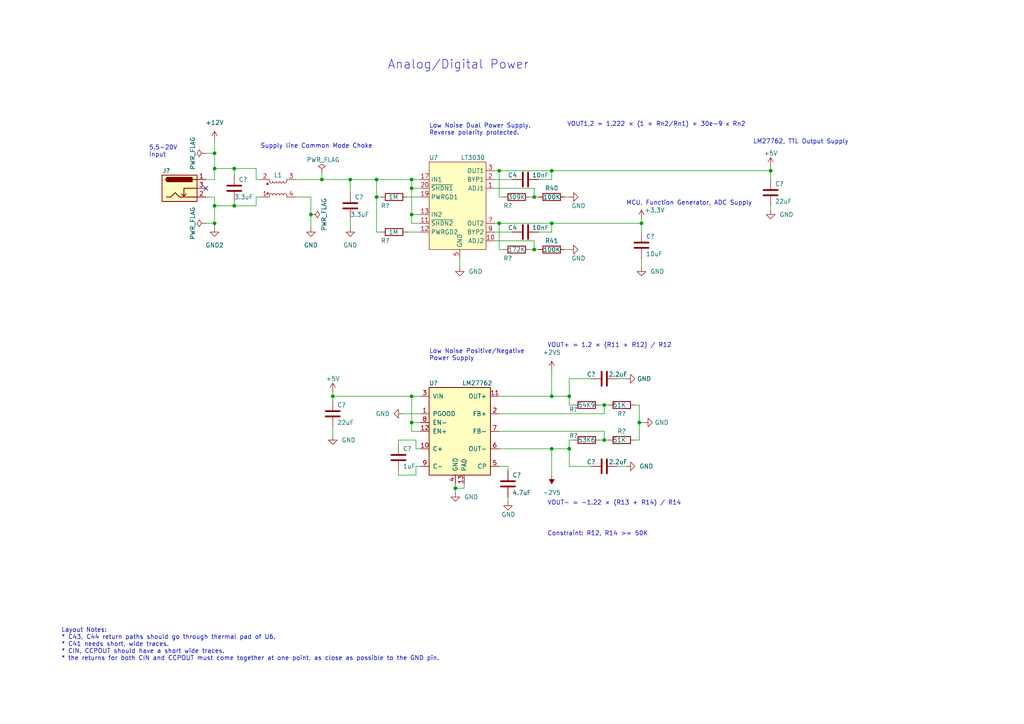
<source format=kicad_sch>
(kicad_sch (version 20230121) (generator eeschema)
  (paper "A4")
  (title_block (title "RENAME THIS TEMPLATE") (date "2023-09-01") (rev "0.1") (company "The Allen Institute"))
  (lib_symbols
    (symbol "Connector:Barrel_Jack_Switch" (pin_names hide)
      (property "Reference" "J" (at 0 5.334 0))
      (property "Value" "Barrel_Jack_Switch" (at 0 -5.08 0))
      (symbol "Barrel_Jack_Switch_0_1"
        (rectangle (start -5.08 3.81) (end 5.08 -3.81) (stroke (width 0.254)) (fill (type background)))
        (arc (start -3.302 3.175) (mid -3.9343 2.54) (end -3.302 1.905) (stroke (width 0.254)))
        (arc (start -3.302 3.175) (mid -3.9343 2.54) (end -3.302 1.905) (stroke (width 0.254)) (fill (type outline)))
        (polyline (pts (xy 1.27 -2.286) (xy 1.905 -1.651)) (stroke (width 0.254)))
        (polyline (pts (xy 5.08 2.54) (xy 3.81 2.54)) (stroke (width 0.254)))
        (polyline (pts (xy 5.08 0) (xy 1.27 0) (xy 1.27 -2.286) (xy 0.635 -1.651)) (stroke (width 0.254)))
        (polyline (pts (xy -3.81 -2.54) (xy -2.54 -2.54) (xy -1.27 -1.27) (xy 0 -2.54) (xy 2.54 -2.54) (xy 5.08 -2.54)) (stroke (width 0.254)))
        (rectangle (start 3.683 3.175) (end -3.302 1.905) (stroke (width 0.254)) (fill (type outline)))
      )
      (symbol "Barrel_Jack_Switch_1_1"
        (pin passive line (at 7.62 2.54 180) (length 2.54) (name "~") (number "1"))
        (pin passive line (at 7.62 -2.54 180) (length 2.54) (name "~") (number "2"))
        (pin passive line (at 7.62 0 180) (length 2.54) (name "~") (number "3"))
      )
    )
    (symbol "Device:C" (pin_numbers hide) (pin_names (offset 0.254))
      (property "Reference" "C" (at 0.635 2.54 0))
      (property "Value" "C" (at 0.635 -2.54 0))
      (symbol "C_0_1"
        (polyline (pts (xy -2.032 -0.762) (xy 2.032 -0.762)) (stroke (width 0.508)))
        (polyline (pts (xy -2.032 0.762) (xy 2.032 0.762)) (stroke (width 0.508)))
      )
      (symbol "C_1_1"
        (pin passive line (at 0 3.81 270) (length 2.794) (name "~") (number "1"))
        (pin passive line (at 0 -3.81 90) (length 2.794) (name "~") (number "2"))
      )
    )
    (symbol "Device:L_Coupled_1423" (pin_names (offset 0.254) hide)
      (property "Reference" "L" (at 0 4.445 0))
      (property "Value" "L_Coupled_1423" (at 0 -4.445 0))
      (symbol "L_Coupled_1423_0_1"
        (circle (center -3.048 -1.27) (radius 0.254) (fill (type outline)))
        (circle (center -3.048 1.524) (radius 0.254) (fill (type outline)))
        (arc (start -2.54 2.032) (mid -2.032 1.5262) (end -1.524 2.032))
        (arc (start -1.524 -2.032) (mid -2.032 -1.5262) (end -2.54 -2.032))
        (arc (start -1.524 2.032) (mid -1.016 1.5262) (end -0.508 2.032))
        (arc (start -0.508 -2.032) (mid -1.016 -1.5262) (end -1.524 -2.032))
        (arc (start -0.508 2.032) (mid 0 1.5262) (end 0.508 2.032))
        (polyline (pts (xy -2.54 -2.032) (xy -2.54 -2.54)))
        (polyline (pts (xy -2.54 2.032) (xy -2.54 2.54)))
        (polyline (pts (xy 2.54 -2.032) (xy 2.54 -2.54)))
        (polyline (pts (xy 2.54 2.54) (xy 2.54 2.032)))
        (arc (start 0.508 -2.032) (mid 0 -1.5262) (end -0.508 -2.032))
        (arc (start 0.508 2.032) (mid 1.016 1.5262) (end 1.524 2.032))
        (arc (start 1.524 -2.032) (mid 1.016 -1.5262) (end 0.508 -2.032))
        (arc (start 1.524 2.032) (mid 2.032 1.5262) (end 2.54 2.032))
        (arc (start 2.54 -2.032) (mid 2.032 -1.5262) (end 1.524 -2.032))
      )
      (symbol "L_Coupled_1423_1_1"
        (pin passive line (at -5.08 2.54 0) (length 2.54) (name "1") (number "1"))
        (pin passive line (at -5.08 -2.54 0) (length 2.54) (name "2") (number "2"))
        (pin passive line (at 5.08 -2.54 180) (length 2.54) (name "3") (number "3"))
        (pin passive line (at 5.08 2.54 180) (length 2.54) (name "4") (number "4"))
      )
    )
    (symbol "Device:R" (pin_numbers hide) (pin_names (offset 0))
      (property "Reference" "R" (at 2.032 0 90))
      (property "Value" "R" (at 0 0 90))
      (symbol "R_0_1"
        (rectangle (start -1.016 -2.54) (end 1.016 2.54) (stroke (width 0.254)))
      )
      (symbol "R_1_1"
        (pin passive line (at 0 3.81 270) (length 1.27) (name "~") (number "1"))
        (pin passive line (at 0 -3.81 90) (length 1.27) (name "~") (number "2"))
      )
    )
    (symbol "Regulator_SwitchedCapacitor:LM27762" (pin_names (offset 1.016))
      (property "Reference" "U" (at -6.604 8.89 0))
      (property "Value" "LM27762" (at 6.096 8.89 0))
      (symbol "LM27762_0_1"
        (rectangle (start -7.62 7.62) (end 10.16 -17.78) (stroke (width 0.254)) (fill (type background)))
      )
      (symbol "LM27762_1_1"
        (pin open_collector line (at -10.16 0 0) (length 2.54) (name "PGOOD") (number "1"))
        (pin passive line (at -10.16 -10.16 0) (length 2.54) (name "C+") (number "10"))
        (pin power_out line (at 12.7 5.08 180) (length 2.54) (name "OUT+") (number "11"))
        (pin input line (at -10.16 -5.08 0) (length 2.54) (name "EN+") (number "12"))
        (pin power_in line (at 2.54 -20.32 90) (length 2.54) (name "PAD") (number "13"))
        (pin input line (at 12.7 0 180) (length 2.54) (name "FB+") (number "2"))
        (pin power_in line (at -10.16 5.08 0) (length 2.54) (name "VIN") (number "3"))
        (pin power_in line (at 0 -20.32 90) (length 2.54) (name "GND") (number "4"))
        (pin passive line (at 12.7 -15.24 180) (length 2.54) (name "CP") (number "5"))
        (pin power_out line (at 12.7 -10.16 180) (length 2.54) (name "OUT-") (number "6"))
        (pin input line (at 12.7 -5.08 180) (length 2.54) (name "FB-") (number "7"))
        (pin input line (at -10.16 -2.54 0) (length 2.54) (name "EN-") (number "8"))
        (pin passive line (at -10.16 -15.24 0) (length 2.54) (name "C-") (number "9"))
      )
    )
    (symbol "kicad_component_library:LT3030"
      (property "Reference" "U" (at -7.62 13.97 0))
      (property "Value" "LT3030" (at 3.81 13.97 0))
      (symbol "LT3030_0_1"
        (rectangle (start -8.89 -12.7) (end 7.62 12.7) (fill (type background)))
      )
      (symbol "LT3030_1_1"
        (pin input line (at 10.16 5.08 180) (length 2.54) (name "ADJ1") (number "1"))
        (pin input line (at 10.16 -10.16 180) (length 2.54) (name "ADJ2") (number "10"))
        (pin input line (at -11.43 -5.08 0) (length 2.54) (name "~{SHDN2}") (number "11"))
        (pin input line (at -11.43 -7.62 0) (length 2.54) (name "PWRGD2") (number "12"))
        (pin power_in line (at -11.43 -2.54 0) (length 2.54) (name "IN2") (number "13"))
        (pin power_in line (at -11.43 -2.54 0) (length 2.54) hide (name "IN2") (number "14"))
        (pin power_in line (at 0 -15.24 90) (length 2.54) hide (name "GND") (number "15"))
        (pin power_in line (at 0 -15.24 90) (length 2.54) hide (name "GND") (number "16"))
        (pin power_in line (at -11.43 7.62 0) (length 2.54) (name "IN1") (number "17"))
        (pin power_in line (at -11.43 7.62 0) (length 2.54) hide (name "IN1") (number "18"))
        (pin input line (at -11.43 2.54 0) (length 2.54) (name "PWRGD1") (number "19"))
        (pin input line (at 10.16 7.62 180) (length 2.54) (name "BYP1") (number "2"))
        (pin input line (at -11.43 5.08 0) (length 2.54) (name "~{SHDN1}") (number "20"))
        (pin power_in line (at 0 -15.24 90) (length 2.54) hide (name "GND") (number "21"))
        (pin power_out line (at 10.16 10.16 180) (length 2.54) (name "OUT1") (number "3"))
        (pin passive line (at 10.16 10.16 180) (length 2.54) hide (name "OUT1") (number "4"))
        (pin power_in line (at 0 -15.24 90) (length 2.54) (name "GND") (number "5"))
        (pin power_in line (at 0 -15.24 90) (length 2.54) hide (name "GND") (number "6"))
        (pin power_out line (at 10.16 -5.08 180) (length 2.54) (name "OUT2") (number "7"))
        (pin passive line (at 10.16 -5.08 180) (length 2.54) hide (name "OUT2") (number "8"))
        (pin input line (at 10.16 -7.62 180) (length 2.54) (name "BYP2") (number "9"))
      )
    )
    (symbol "power:+12V" (power) (pin_names (offset 0))
      (property "Value" "+12V" (at 0 3.556 0))
      (symbol "+12V_0_1"
        (polyline (pts (xy -0.762 1.27) (xy 0 2.54)))
        (polyline (pts (xy 0 0) (xy 0 2.54)))
        (polyline (pts (xy 0 2.54) (xy 0.762 1.27)))
      )
      (symbol "+12V_1_1"
        (pin power_in line (at 0 0 90) (length 0) hide (name "+12V") (number "1"))
      )
    )
    (symbol "power:+2V5" (power) (pin_names (offset 0))
      (property "Value" "+2V5" (at 0 3.556 0))
      (symbol "+2V5_0_1"
        (polyline (pts (xy -0.762 1.27) (xy 0 2.54)))
        (polyline (pts (xy 0 0) (xy 0 2.54)))
        (polyline (pts (xy 0 2.54) (xy 0.762 1.27)))
      )
      (symbol "+2V5_1_1"
        (pin power_in line (at 0 0 90) (length 0) hide (name "+2V5") (number "1"))
      )
    )
    (symbol "power:+3.3V" (power) (pin_names (offset 0))
      (property "Value" "+3.3V" (at 0 3.556 0))
      (symbol "+3.3V_0_1"
        (polyline (pts (xy -0.762 1.27) (xy 0 2.54)))
        (polyline (pts (xy 0 0) (xy 0 2.54)))
        (polyline (pts (xy 0 2.54) (xy 0.762 1.27)))
      )
      (symbol "+3.3V_1_1"
        (pin power_in line (at 0 0 90) (length 0) hide (name "+3.3V") (number "1"))
      )
    )
    (symbol "power:+5V" (power) (pin_names (offset 0))
      (property "Value" "+5V" (at 0 3.556 0))
      (symbol "+5V_0_1"
        (polyline (pts (xy -0.762 1.27) (xy 0 2.54)))
        (polyline (pts (xy 0 0) (xy 0 2.54)))
        (polyline (pts (xy 0 2.54) (xy 0.762 1.27)))
      )
      (symbol "+5V_1_1"
        (pin power_in line (at 0 0 90) (length 0) hide (name "+5V") (number "1"))
      )
    )
    (symbol "power:-2V5" (power) (pin_names (offset 0))
      (property "Value" "-2V5" (at 0 3.81 0))
      (symbol "-2V5_0_0"
        (pin power_in line (at 0 0 90) (length 0) hide (name "-2V5") (number "1"))
      )
      (symbol "-2V5_0_1"
        (polyline (pts (xy 0 0) (xy 0 1.27) (xy 0.762 1.27) (xy 0 2.54) (xy -0.762 1.27) (xy 0 1.27)) (fill (type outline)))
      )
    )
    (symbol "power:GND" (power) (pin_names (offset 0))
      (property "Value" "GND" (at 0 -3.81 0))
      (symbol "GND_0_1"
        (polyline (pts (xy 0 0) (xy 0 -1.27) (xy 1.27 -1.27) (xy 0 -2.54) (xy -1.27 -1.27) (xy 0 -1.27)))
      )
      (symbol "GND_1_1"
        (pin power_in line (at 0 0 270) (length 0) hide (name "GND") (number "1"))
      )
    )
    (symbol "power:GND2" (power) (pin_names (offset 0))
      (property "Value" "GND2" (at 0 -3.81 0))
      (symbol "GND2_0_1"
        (polyline (pts (xy 0 0) (xy 0 -1.27) (xy 1.27 -1.27) (xy 0 -2.54) (xy -1.27 -1.27) (xy 0 -1.27)))
      )
      (symbol "GND2_1_1"
        (pin power_in line (at 0 0 270) (length 0) hide (name "GND2") (number "1"))
      )
    )
    (symbol "power:PWR_FLAG" (power) (pin_numbers hide) (pin_names (offset 0) hide)
      (property "Value" "PWR_FLAG" (at 0 3.81 0))
      (symbol "PWR_FLAG_0_0"
        (pin power_out line (at 0 0 90) (length 0) (name "pwr") (number "1"))
      )
      (symbol "PWR_FLAG_0_1"
        (polyline (pts (xy 0 0) (xy 0 1.27) (xy -1.016 1.905) (xy 0 2.54) (xy 1.016 1.905) (xy 0 1.27)))
      )
    )
  )
  (junction (at 62.23 59.69))
  (junction (at 62.23 48.895))
  (junction (at 160.02 130.175))
  (junction (at 160.02 64.77))
  (junction (at 175.26 127.635))
  (junction (at 165.1 114.935))
  (junction (at 154.94 72.39))
  (junction (at 62.23 44.45))
  (junction (at 109.22 52.07))
  (junction (at 109.22 57.15))
  (junction (at 119.38 62.23))
  (junction (at 160.02 49.53))
  (junction (at 96.52 114.935))
  (junction (at 144.78 49.53))
  (junction (at 119.38 122.555))
  (junction (at 132.08 141.605))
  (junction (at 119.38 54.61))
  (junction (at 186.055 64.77))
  (junction (at 223.52 49.53))
  (junction (at 67.945 59.69))
  (junction (at 67.945 48.895))
  (junction (at 185.42 122.555))
  (junction (at 119.38 52.07))
  (junction (at 119.38 114.935))
  (junction (at 160.02 114.935))
  (junction (at 62.23 64.77))
  (junction (at 175.26 117.475))
  (junction (at 90.17 62.23))
  (junction (at 101.6 52.07))
  (junction (at 154.94 57.15))
  (junction (at 165.1 130.175))
  (junction (at 93.345 52.07))
  (junction (at 144.78 64.77))
  (no_connect (at 59.69 54.61))
  (wire (pts (xy 62.23 57.15) (xy 59.69 57.15)))
  (wire (pts (xy 160.02 67.31) (xy 160.02 64.77)))
  (wire (pts (xy 160.02 130.175) (xy 160.02 137.795)))
  (wire (pts (xy 143.51 49.53) (xy 144.78 49.53)))
  (wire (pts (xy 75.565 57.15) (xy 74.295 57.15)))
  (wire (pts (xy 181.61 109.855) (xy 179.07 109.855)))
  (wire (pts (xy 67.945 48.895) (xy 62.23 48.895)))
  (wire (pts (xy 185.42 127.635) (xy 184.15 127.635)))
  (wire (pts (xy 154.94 57.15) (xy 156.21 57.15)))
  (wire (pts (xy 144.78 120.015) (xy 175.26 120.015)))
  (wire (pts (xy 96.52 114.935) (xy 96.52 116.205)))
  (wire (pts (xy 115.57 128.905) (xy 115.57 127.635)))
  (wire (pts (xy 90.17 66.04) (xy 90.17 62.23)))
  (wire (pts (xy 185.42 122.555) (xy 185.42 127.635)))
  (wire (pts (xy 59.69 52.07) (xy 62.23 52.07)))
  (wire (pts (xy 134.62 141.605) (xy 132.08 141.605)))
  (wire (pts (xy 74.295 52.07) (xy 74.295 48.895)))
  (wire (pts (xy 160.02 64.77) (xy 186.055 64.77)))
  (wire (pts (xy 175.26 127.635) (xy 175.26 125.095)))
  (wire (pts (xy 223.52 48.26) (xy 223.52 49.53)))
  (wire (pts (xy 160.02 130.175) (xy 165.1 130.175)))
  (wire (pts (xy 185.42 122.555) (xy 186.69 122.555)))
  (wire (pts (xy 74.295 57.15) (xy 74.295 59.69)))
  (wire (pts (xy 160.02 52.07) (xy 160.02 49.53)))
  (wire (pts (xy 62.23 64.77) (xy 62.23 59.69)))
  (wire (pts (xy 143.51 64.77) (xy 144.78 64.77)))
  (wire (pts (xy 119.38 52.07) (xy 119.38 54.61)))
  (wire (pts (xy 160.02 114.935) (xy 165.1 114.935)))
  (wire (pts (xy 165.1 117.475) (xy 166.37 117.475)))
  (wire (pts (xy 134.62 140.335) (xy 134.62 141.605)))
  (wire (pts (xy 120.65 130.175) (xy 121.92 130.175)))
  (wire (pts (xy 143.51 67.31) (xy 148.59 67.31)))
  (wire (pts (xy 62.23 44.45) (xy 62.23 48.895)))
  (wire (pts (xy 144.78 72.39) (xy 144.78 64.77)))
  (wire (pts (xy 147.32 135.255) (xy 147.32 136.525)))
  (wire (pts (xy 144.78 114.935) (xy 160.02 114.935)))
  (wire (pts (xy 85.725 52.07) (xy 93.345 52.07)))
  (wire (pts (xy 133.35 74.93) (xy 133.35 77.47)))
  (wire (pts (xy 62.23 48.895) (xy 62.23 52.07)))
  (wire (pts (xy 179.07 135.255) (xy 181.61 135.255)))
  (wire (pts (xy 163.83 72.39) (xy 165.1 72.39)))
  (wire (pts (xy 143.51 54.61) (xy 154.94 54.61)))
  (wire (pts (xy 67.945 58.42) (xy 67.945 59.69)))
  (wire (pts (xy 59.69 64.77) (xy 62.23 64.77)))
  (wire (pts (xy 132.08 141.605) (xy 132.08 142.875)))
  (wire (pts (xy 154.94 54.61) (xy 154.94 57.15)))
  (wire (pts (xy 165.1 127.635) (xy 165.1 130.175)))
  (wire (pts (xy 144.78 135.255) (xy 147.32 135.255)))
  (wire (pts (xy 62.23 66.04) (xy 62.23 64.77)))
  (wire (pts (xy 173.99 127.635) (xy 175.26 127.635)))
  (wire (pts (xy 165.1 127.635) (xy 166.37 127.635)))
  (wire (pts (xy 153.67 72.39) (xy 154.94 72.39)))
  (wire (pts (xy 175.26 117.475) (xy 176.53 117.475)))
  (wire (pts (xy 101.6 63.5) (xy 101.6 66.04)))
  (wire (pts (xy 156.21 52.07) (xy 160.02 52.07)))
  (wire (pts (xy 175.26 120.015) (xy 175.26 117.475)))
  (wire (pts (xy 75.565 52.07) (xy 74.295 52.07)))
  (wire (pts (xy 165.1 135.255) (xy 165.1 130.175)))
  (wire (pts (xy 115.57 137.795) (xy 115.57 136.525)))
  (wire (pts (xy 153.67 57.15) (xy 154.94 57.15)))
  (wire (pts (xy 144.78 64.77) (xy 160.02 64.77)))
  (wire (pts (xy 62.23 40.64) (xy 62.23 44.45)))
  (wire (pts (xy 59.69 44.45) (xy 62.23 44.45)))
  (wire (pts (xy 93.345 50.165) (xy 93.345 52.07)))
  (wire (pts (xy 223.52 49.53) (xy 223.52 52.07)))
  (wire (pts (xy 62.23 59.69) (xy 62.23 57.15)))
  (wire (pts (xy 171.45 109.855) (xy 165.1 109.855)))
  (wire (pts (xy 154.94 69.85) (xy 154.94 72.39)))
  (wire (pts (xy 160.02 49.53) (xy 223.52 49.53)))
  (wire (pts (xy 143.51 69.85) (xy 154.94 69.85)))
  (wire (pts (xy 109.22 57.15) (xy 109.22 67.31)))
  (wire (pts (xy 116.84 120.015) (xy 121.92 120.015)))
  (wire (pts (xy 93.345 52.07) (xy 101.6 52.07)))
  (wire (pts (xy 175.26 117.475) (xy 173.99 117.475)))
  (wire (pts (xy 120.65 135.255) (xy 120.65 137.795)))
  (wire (pts (xy 96.52 123.825) (xy 96.52 126.365)))
  (wire (pts (xy 74.295 48.895) (xy 67.945 48.895)))
  (wire (pts (xy 115.57 127.635) (xy 120.65 127.635)))
  (wire (pts (xy 185.42 117.475) (xy 184.15 117.475)))
  (wire (pts (xy 74.295 59.69) (xy 67.945 59.69)))
  (wire (pts (xy 90.17 57.15) (xy 85.725 57.15)))
  (wire (pts (xy 121.92 64.77) (xy 119.38 64.77)))
  (wire (pts (xy 144.78 49.53) (xy 160.02 49.53)))
  (wire (pts (xy 96.52 114.935) (xy 119.38 114.935)))
  (wire (pts (xy 110.49 67.31) (xy 109.22 67.31)))
  (wire (pts (xy 109.22 52.07) (xy 119.38 52.07)))
  (wire (pts (xy 101.6 52.07) (xy 101.6 55.88)))
  (wire (pts (xy 165.1 109.855) (xy 165.1 114.935)))
  (wire (pts (xy 90.17 62.23) (xy 90.17 57.15)))
  (wire (pts (xy 121.92 125.095) (xy 119.38 125.095)))
  (wire (pts (xy 96.52 113.665) (xy 96.52 114.935)))
  (wire (pts (xy 119.38 64.77) (xy 119.38 62.23)))
  (wire (pts (xy 109.22 57.15) (xy 110.49 57.15)))
  (wire (pts (xy 67.945 59.69) (xy 62.23 59.69)))
  (wire (pts (xy 186.055 74.93) (xy 186.055 77.47)))
  (wire (pts (xy 175.26 127.635) (xy 176.53 127.635)))
  (wire (pts (xy 144.78 125.095) (xy 175.26 125.095)))
  (wire (pts (xy 121.92 62.23) (xy 119.38 62.23)))
  (wire (pts (xy 185.42 117.475) (xy 185.42 122.555)))
  (wire (pts (xy 147.32 144.145) (xy 147.32 145.415)))
  (wire (pts (xy 118.11 67.31) (xy 121.92 67.31)))
  (wire (pts (xy 118.11 57.15) (xy 121.92 57.15)))
  (wire (pts (xy 144.78 57.15) (xy 144.78 49.53)))
  (wire (pts (xy 120.65 127.635) (xy 120.65 130.175)))
  (wire (pts (xy 101.6 52.07) (xy 109.22 52.07)))
  (wire (pts (xy 119.38 122.555) (xy 121.92 122.555)))
  (wire (pts (xy 119.38 54.61) (xy 119.38 62.23)))
  (wire (pts (xy 171.45 135.255) (xy 165.1 135.255)))
  (wire (pts (xy 67.945 48.895) (xy 67.945 50.8)))
  (wire (pts (xy 119.38 52.07) (xy 121.92 52.07)))
  (wire (pts (xy 165.1 114.935) (xy 165.1 117.475)))
  (wire (pts (xy 223.52 59.69) (xy 223.52 60.96)))
  (wire (pts (xy 121.92 135.255) (xy 120.65 135.255)))
  (wire (pts (xy 160.02 107.315) (xy 160.02 114.935)))
  (wire (pts (xy 154.94 72.39) (xy 156.21 72.39)))
  (wire (pts (xy 186.055 64.77) (xy 186.055 67.31)))
  (wire (pts (xy 132.08 140.335) (xy 132.08 141.605)))
  (wire (pts (xy 148.59 52.07) (xy 143.51 52.07)))
  (wire (pts (xy 146.05 72.39) (xy 144.78 72.39)))
  (wire (pts (xy 119.38 122.555) (xy 119.38 114.935)))
  (wire (pts (xy 144.78 130.175) (xy 160.02 130.175)))
  (wire (pts (xy 119.38 125.095) (xy 119.38 122.555)))
  (wire (pts (xy 109.22 52.07) (xy 109.22 57.15)))
  (wire (pts (xy 146.05 57.15) (xy 144.78 57.15)))
  (wire (pts (xy 120.65 137.795) (xy 115.57 137.795)))
  (wire (pts (xy 186.055 63.5) (xy 186.055 64.77)))
  (wire (pts (xy 156.21 67.31) (xy 160.02 67.31)))
  (wire (pts (xy 119.38 114.935) (xy 121.92 114.935)))
  (wire (pts (xy 163.83 57.15) (xy 165.1 57.15)))
  (wire (pts (xy 119.38 54.61) (xy 121.92 54.61)))
  (text "Constraint: R12, R14 >= 50K" (at 158.75 155.575 0) (effects (font (size 1.27 1.27)) (justify left bottom)))
  (text "LM27762, TTL Output Supply" (at 218.44 41.91 0) (effects (font (size 1.27 1.27)) (justify left bottom)))
  (text "VOUT1,2 = 1.222 × (1 + Rn2/Rn1) + 30e-9 x Rn2" (at 164.465 36.83 0) (effects (font (size 1.27 1.27)) (justify left bottom)))
  (text "Low Noise Dual Power Supply.\nReverse polarity protected." (at 124.46 39.37 0) (effects (font (size 1.27 1.27)) (justify left bottom)))
  (text "Supply line Common Mode Choke" (at 75.565 43.18 0) (effects (font (size 1.27 1.27)) (justify left bottom)))
  (text "MCU, Function Generator, ADC Supply" (at 181.61 59.69 0) (effects (font (size 1.27 1.27)) (justify left bottom)))
  (text "Analog/Digital Power" (at 112.395 20.32 0) (effects (font (size 2.54 2.54)) (justify left bottom)))
  (text "Layout Notes:\n* C43, C44 return paths should go through thermal pad of U6.\n* C41 needs short, wide traces.\n* CIN, CCPOUT should have a short wide traces.\n* the returns for both CIN and CCPOUT must come together at one point, as close as possible to the GND pin." (at 17.78 191.77 0) (effects (font (size 1.27 1.27)) (justify left bottom)))
  (text "Low Noise Positive/Negative \nPower Supply" (at 124.46 104.775 0) (effects (font (size 1.27 1.27)) (justify left bottom)))
  (text "VOUT- = -1.22 × (R13 + R14) / R14" (at 158.75 146.685 0) (effects (font (size 1.27 1.27)) (justify left bottom)))
  (text "5.5-20V \ninput" (at 43.18 45.72 0) (effects (font (size 1.27 1.27)) (justify left bottom)))
  (text "VOUT+ = 1.2 × (R11 + R12) / R12" (at 158.75 100.965 0) (effects (font (size 1.27 1.27)) (justify left bottom)))
  (symbol (lib_id "Device:C") (at 115.57 132.715 0) (unit 1)
    (property "Reference" "C?" (at 116.84 130.175 0) (effects (justify left)))
    (property "Value" "1uF" (at 116.84 135.255 0) (effects (justify left)))
    (property "Footprint" "Capacitor_SMD:C_0402_1005Metric" (effects hide))
    (property "Datasheet" "https://search.murata.co.jp/Ceramy/image/img/A01X/G101/ENG/GRM155R6YA105KE11-01.pdf" (effects hide))
    (property "Notes" "must not be polarized" (effects hide))
    (property "Link" "https://www.digikey.com/en/products/detail/murata-electronics/GRM155R6YA105KE11J/4905163" (effects hide))
    (property "Manufacturer Number" "GRM155R6YA105KE11J" (effects hide))
    (property "Manufacturer" "Murata Electronics" (effects hide))
    (property "Rated Voltage" "35V" (effects hide))
    (property "Temperature Coefficient" "X5R" (effects hide))
    (instances (project "usb_isolated" (path "" (reference "C?") (unit 1)) (path "" (reference "C41") (unit 1))))
  )
  (symbol (lib_id "Device:R") (at 180.34 117.475 90) (unit 1)
    (property "Reference" "R?" (at 181.61 120.015 90) (effects (justify left)))
    (property "Value" "51K" (at 181.61 117.475 90) (effects (justify left)))
    (property "Footprint" "Resistor_SMD:R_0402_1005Metric" (effects hide))
    (property "Datasheet" "n/a" (effects hide))
    (property "Link" "https://www.digikey.com/en/products/detail/yageo/RT0402BRD0751KL/1069314" (effects hide))
    (property "Manufacturer" "Yageo" (effects hide))
    (property "Manufacturer Number" "RT0402BRD0751KL" (effects hide))
    (property "Tolerance" "0.1%" (effects hide))
    (instances (project "usb_isolated" (path "" (reference "R?") (unit 1)) (path "" (reference "R34") (unit 1))))
  )
  (symbol (lib_id "Device:R") (at 149.86 72.39 90) (unit 1)
    (property "Reference" "R?" (at 148.59 74.93 90) (effects (justify left)))
    (property "Value" "172K" (at 152.4 72.39 90) (effects (justify left)))
    (property "Footprint" "Resistor_SMD:R_0402_1005Metric" (effects hide))
    (property "Datasheet" "https://www.koaspeer.com/pdfs/RN73H.pdf" (effects hide))
    (property "Link" "https://www.digikey.com/en/products/detail/koa-speer-electronics-inc/RN73H1ETTP1723F25/9913967" (effects hide))
    (property "Manufacturer" "Koa Speer Electronics, Inc." (effects hide))
    (property "Manufacturer Number" "RN73H1ETTP1723F25" (effects hide))
    (property "Tolerance" "1%" (effects hide))
    (property "Vendor Reel Link" "2019-RN73H1ETTP1723F25DKR-ND" (effects hide))
    (instances (project "usb_isolated" (path "" (reference "R?") (unit 1)) (path "" (reference "R39") (unit 1))))
  )
  (symbol (lib_id "Device:C") (at 175.26 135.255 270) (unit 1)
    (property "Reference" "C?" (at 170.18 133.985 90) (effects (justify left)))
    (property "Value" "2.2uF" (at 176.53 133.985 90) (effects (justify left)))
    (property "Footprint" "Capacitor_SMD:C_0402_1005Metric" (effects hide))
    (property "Datasheet" "https://search.murata.co.jp/Ceramy/image/img/A01X/G101/ENG/GRM155Z71A225KE01-01.pdf" (effects hide))
    (property "Link" "https://www.digikey.com/en/products/detail/murata-electronics/GRM155Z71A225KE01D/13905066" (effects hide))
    (property "Manufacturer" "Murata Electronics" (effects hide))
    (property "Manufacturer Number" "GRM155Z71A225KE01D" (effects hide))
    (property "Rated Voltage" "10V" (effects hide))
    (property "Temperature Coefficient" "X7R" (effects hide))
    (property "Vendor Number" "490-GRM155Z71A225KE01DDKR-ND" (effects hide))
    (instances (project "usb_isolated" (path "" (reference "C?") (unit 1)) (path "" (reference "C44") (unit 1))))
  )
  (symbol (lib_id "power:GND") (at 116.84 120.015 270) (unit 1)
    (property "Reference" "#PWR?" (effects hide))
    (property "Value" "GND" (at 113.03 120.015 90) (effects (justify right)))
    (instances (project "usb_isolated" (path "" (reference "#PWR?") (unit 1)) (path "" (reference "#PWR088") (unit 1))))
  )
  (symbol (lib_id "Device:C") (at 186.055 71.12 0) (unit 1)
    (property "Reference" "C?" (at 187.325 68.58 0) (effects (justify left)))
    (property "Value" "10uF" (at 187.325 73.66 0) (effects (justify left)))
    (property "Footprint" "Capacitor_SMD:C_0805_2012Metric" (effects hide))
    (property "Datasheet" "https://search.murata.co.jp/Ceramy/image/img/A01X/G101/ENG/GRM21BZ71E106KE15-01.pdf" (effects hide))
    (property "Link" "https://www.digikey.com/en/products/detail/murata-electronics/GRM21BZ71E106KE15L/13904911" (effects hide))
    (property "Manufacturer Number" "GRM21BZ71E106KE15L" (effects hide))
    (property "Rated Voltage" "25V" (effects hide))
    (property "Temperature Coefficient" "X7R" (effects hide))
    (property "Manufacturer" "Murata Electronics" (effects hide))
    (property "Alternate" "CL21B106KOQNNNE" (effects hide))
    (instances (project "usb_isolated" (path "" (reference "C?") (unit 1)) (path "" (reference "C48") (unit 1))))
  )
  (symbol (lib_id "Device:R") (at 114.3 57.15 90) (unit 1)
    (property "Reference" "R?" (at 113.03 59.69 90) (effects (justify left)))
    (property "Value" "1M" (at 115.57 57.15 90) (effects (justify left)))
    (property "Footprint" "Resistor_SMD:R_0402_1005Metric" (effects hide))
    (property "Datasheet" "https://www.yageo.com/upload/media/product/productsearch/datasheet/rchip/PYu-RC_Group_51_RoHS_L_12.pdf" (effects hide))
    (property "Link" "https://www.digikey.com/en/products/detail/yageo/RC0402FR-101ML/16982190" (effects hide))
    (property "Manufacturer" "Yageo" (effects hide))
    (property "Manufacturer Number" "RC0402FR-101ML" (effects hide))
    (property "Tolerance" "1%" (effects hide))
    (property "PCBWay Link" "https://www.pcbway.com/components/detail/RC0402FR101ML/1269302/" (effects hide))
    (instances (project "usb_isolated" (path "" (reference "R?") (unit 1)) (path "" (reference "R36") (unit 1))))
  )
  (symbol (lib_id "power:+5V") (at 223.52 48.26 0) (unit 1)
    (property "Reference" "#PWR?" (effects hide))
    (property "Value" "+5V" (at 223.52 44.45 0))
    (instances (project "usb_isolated" (path "" (reference "#PWR?") (unit 1)) (path "" (reference "#PWR0109") (unit 1))))
  )
  (symbol (lib_id "Device:R") (at 160.02 57.15 270) (unit 1)
    (property "Reference" "R40" (at 160.02 54.61 90))
    (property "Value" "100K" (at 160.02 57.15 90))
    (property "Footprint" "Resistor_SMD:R_0402_1005Metric" (effects hide))
    (property "Datasheet" "https://www.yageo.com/upload/media/product/productsearch/datasheet/rchip/PYu-RT_1-to-0.01_RoHS_L_15.pdf" (effects hide))
    (property "Link" "https://www.digikey.com/en/products/detail/yageo/RT0402BRD07100KL/1068989" (effects hide))
    (property "Manufacturer" "Yageo" (effects hide))
    (property "Manufacturer Number" "RT0402BRD07100KL" (effects hide))
    (property "Tolerance" "0.1%" (effects hide))
  )
  (symbol (lib_id "Device:C") (at 152.4 67.31 270) (unit 1)
    (property "Reference" "C4" (at 147.32 66.04 90) (effects (justify left)))
    (property "Value" "10nF" (at 154.305 66.04 90) (effects (justify left)))
    (property "Footprint" "Capacitor_SMD:C_0402_1005Metric" (effects hide))
    (property "Datasheet" "https://www.yageo.com/upload/media/product/productsearch/datasheet/mlcc/UPY-GPHC_X7R_6.3V-to-250V_23.pdf" (effects hide))
    (property "Link" "https://www.digikey.com/en/products/detail/yageo/CC0402KPX7R8BB103/11490384" (effects hide))
    (property "Manufacturer" "Yageo" (effects hide))
    (property "Manufacturer Number" "CC0402KPX7R8BB103" (effects hide))
    (property "Rated Voltage" "25V" (effects hide))
    (property "Temperature Coefficient" "X7R" (effects hide))
    (property "Tolerance" "10%" (effects hide))
    (instances (project "usb_isolated" (path "" (reference "C4") (unit 1)) (path "" (reference "C47") (unit 1))))
  )
  (symbol (lib_id "Device:C") (at 67.945 54.61 0) (unit 1)
    (property "Reference" "C?" (at 69.215 52.07 0) (effects (justify left)))
    (property "Value" "3.3uF" (at 67.945 57.15 0) (effects (justify left)))
    (property "Footprint" "Capacitor_SMD:C_0805_2012Metric" (effects hide))
    (property "Datasheet" "https://product.tdk.com/system/files/dam/doc/product/capacitor/ceramic/mlcc/catalog/mlcc_automotive_general_en.pdf" (effects hide))
    (property "Link" "https://www.digikey.com/en/products/detail/tdk-corporation/CGA4J1X7R1E335K125AC/2672859" (effects hide))
    (property "Manufacturer" "TDK Corporation" (effects hide))
    (property "Manufacturer Number" "CGA4J1X7R1E335K125AC" (effects hide))
    (property "Rated Voltage" "25V" (effects hide))
    (property "Temperature Coefficient" "X7R" (effects hide))
    (property "Tolerance" "10%" (effects hide))
    (instances (project "usb_isolated" (path "" (reference "C?") (unit 1)) (path "" (reference "C67") (unit 1))))
  )
  (symbol (lib_id "power:PWR_FLAG") (at 59.69 44.45 90) (unit 1)
    (property "Reference" "#FLG?" (effects hide))
    (property "Value" "PWR_FLAG" (at 55.88 44.45 0))
    (instances (project "usb_isolated" (path "" (reference "#FLG?") (unit 1)) (path "" (reference "#FLG06") (unit 1))))
  )
  (symbol (lib_id "power:GND") (at 181.61 109.855 90) (unit 1)
    (property "Reference" "#PWR?" (effects hide))
    (property "Value" "GND" (at 184.785 109.855 90) (effects (justify right)))
    (instances (project "usb_isolated" (path "" (reference "#PWR?") (unit 1)) (path "" (reference "#PWR068") (unit 1))))
  )
  (symbol (lib_id "Device:R") (at 170.18 127.635 90) (unit 1)
    (property "Reference" "R?" (at 167.64 126.365 90) (effects (justify left)))
    (property "Value" "53K6" (at 172.72 127.635 90) (effects (justify left)))
    (property "Footprint" "Resistor_SMD:R_0402_1005Metric" (effects hide))
    (property "Datasheet" "https://industrial.panasonic.com/cdbs/www-data/pdf/RDM0000/AOA0000C307.pdf" (effects hide))
    (property "Link" "https://www.digikey.com/en/products/detail/panasonic-electronic-components/ERA-2AEB5362X/2026209" (effects hide))
    (property "Manufacturer" "Panasonic Electronic Components" (effects hide))
    (property "Manufacturer Number" "ERA-2AEB5362X" (effects hide))
    (property "Tolerance" "0.1" (effects hide))
    (instances (project "usb_isolated" (path "" (reference "R?") (unit 1)) (path "" (reference "R33") (unit 1))))
  )
  (symbol (lib_id "Device:R") (at 180.34 127.635 90) (unit 1)
    (property "Reference" "R?" (at 181.61 125.095 90) (effects (justify left)))
    (property "Value" "51K" (at 181.61 127.635 90) (effects (justify left)))
    (property "Footprint" "Resistor_SMD:R_0402_1005Metric" (effects hide))
    (property "Datasheet" "n/a" (effects hide))
    (property "Link" "https://www.digikey.com/en/products/detail/yageo/RT0402BRD0751KL/1069314" (effects hide))
    (property "Manufacturer" "Yageo" (effects hide))
    (property "Manufacturer Number" "RT0402BRD0751KL" (effects hide))
    (property "Tolerance" "0.1%" (effects hide))
    (instances (project "usb_isolated" (path "" (reference "R?") (unit 1)) (path "" (reference "R35") (unit 1))))
  )
  (symbol (lib_id "Device:C") (at 147.32 140.335 0) (unit 1)
    (property "Reference" "C?" (at 148.59 137.795 0) (effects (justify left)))
    (property "Value" "4.7uF" (at 148.59 142.875 0) (effects (justify left)))
    (property "Footprint" "Capacitor_SMD:C_0603_1608Metric" (effects hide))
    (property "Datasheet" "https://media.digikey.com/pdf/Data%20Sheets/Samsung%20PDFs/CL10A475MA8NQNC_Spec.pdf" (effects hide))
    (property "Link" "https://www.digikey.com/en/products/detail/samsung-electro-mechanics/CL10A475MA8NQNC/3887561" (effects hide))
    (property "Manufacturer" "Samsung Electro-Mechanics" (effects hide))
    (property "Manufacturer Number" "CL10A475MA8NQNC" (effects hide))
    (property "Rated Voltage" "25V" (effects hide))
    (property "Temperature Coefficient" "X5R" (effects hide))
    (property "Tolerance" "20%" (effects hide))
    (instances (project "usb_isolated" (path "" (reference "C?") (unit 1)) (path "" (reference "C42") (unit 1))))
  )
  (symbol (lib_id "Device:C") (at 175.26 109.855 270) (unit 1)
    (property "Reference" "C?" (at 170.18 108.585 90) (effects (justify left)))
    (property "Value" "2.2uF" (at 176.53 108.585 90) (effects (justify left)))
    (property "Footprint" "Capacitor_SMD:C_0402_1005Metric" (effects hide))
    (property "Datasheet" "https://search.murata.co.jp/Ceramy/image/img/A01X/G101/ENG/GRM155Z71A225KE01-01.pdf" (effects hide))
    (property "Link" "https://www.digikey.com/en/products/detail/murata-electronics/GRM155Z71A225KE01D/13905066" (effects hide))
    (property "Manufacturer" "Murata Electronics" (effects hide))
    (property "Manufacturer Number" "GRM155Z71A225KE01D" (effects hide))
    (property "Rated Voltage" "10V" (effects hide))
    (property "Temperature Coefficient" "X7R" (effects hide))
    (property "Vendor Number" "490-GRM155Z71A225KE01DDKR-ND" (effects hide))
    (instances (project "usb_isolated" (path "" (reference "C?") (unit 1)) (path "" (reference "C43") (unit 1))))
  )
  (symbol (lib_id "power:PWR_FLAG") (at 93.345 50.165 0) (unit 1)
    (property "Reference" "#FLG03" (effects hide))
    (property "Value" "PWR_FLAG" (at 88.9 46.355 0) (effects (justify left)))
    (instances (project "sniff_detector" (path "" (reference "#FLG03") (unit 1))) (project "usb_isolated" (path "" (reference "#FLG?") (unit 1)) (path "" (reference "#FLG08") (unit 1))))
  )
  (symbol (lib_id "power:GND") (at 186.69 122.555 90) (unit 1)
    (property "Reference" "#PWR?" (effects hide))
    (property "Value" "GND" (at 189.865 122.555 90) (effects (justify right)))
    (instances (project "usb_isolated" (path "" (reference "#PWR?") (unit 1)) (path "" (reference "#PWR085") (unit 1))))
  )
  (symbol (lib_id "Regulator_SwitchedCapacitor:LM27762") (at 132.08 120.015 0) (unit 1)
    (property "Reference" "U?" (at 125.73 111.125 0))
    (property "Value" "LM27762" (at 138.43 111.125 0))
    (property "Footprint" "Package_SON:WSON-12-1EP_3x2mm_P0.5mm_EP1x2.65_ThermalVias" (effects hide))
    (property "Datasheet" "http://www.ti.com/lit/ds/symlink/lm27762.pdf" (effects hide))
    (property "Link" "https://www.digikey.com/en/products/detail/texas-instruments/LM27762DSST/6234952" (effects hide))
    (property "Manufacturer" "Texas Instruments" (effects hide))
    (property "Manufacturer Number" "LM27762DSST" (effects hide))
    (instances (project "usb_isolated" (path "" (reference "U?") (unit 1)) (path "" (reference "U11") (unit 1))))
  )
  (symbol (lib_id "Device:R") (at 149.86 57.15 90) (unit 1)
    (property "Reference" "R?" (at 148.59 59.69 90) (effects (justify left)))
    (property "Value" "309K" (at 152.4 57.15 90) (effects (justify left)))
    (property "Footprint" "Resistor_SMD:R_0402_1005Metric" (effects hide))
    (property "Datasheet" "https://www.te.com/commerce/DocumentDelivery/DDEController?Action=srchrtrv&DocNm=1773200&DocType=DS&DocLang=English" (effects hide))
    (property "Link" "https://www.digikey.com/en/products/detail/te-connectivity-passive-product/CPF0402B309KE1/14007455" (effects hide))
    (property "Manufacturer" "TE Connectivity Passive Product" (effects hide))
    (property "Manufacturer Number" "CPF0402B309KE1" (effects hide))
    (property "Tolerance" "0.1%" (effects hide))
    (property "Notes" "1% tolerance also OK" (effects hide))
    (instances (project "usb_isolated" (path "" (reference "R?") (unit 1)) (path "" (reference "R38") (unit 1))))
  )
  (symbol (lib_id "Device:C") (at 152.4 52.07 270) (unit 1)
    (property "Reference" "C4" (at 147.32 50.8 90) (effects (justify left)))
    (property "Value" "10nF" (at 154.305 50.8 90) (effects (justify left)))
    (property "Footprint" "Capacitor_SMD:C_0402_1005Metric" (effects hide))
    (property "Datasheet" "https://www.yageo.com/upload/media/product/productsearch/datasheet/mlcc/UPY-GPHC_X7R_6.3V-to-250V_23.pdf" (effects hide))
    (property "Link" "https://www.digikey.com/en/products/detail/yageo/CC0402KPX7R8BB103/11490384" (effects hide))
    (property "Manufacturer" "Yageo" (effects hide))
    (property "Manufacturer Number" "CC0402KPX7R8BB103" (effects hide))
    (property "Rated Voltage" "25V" (effects hide))
    (property "Temperature Coefficient" "X7R" (effects hide))
    (property "Tolerance" "10%" (effects hide))
    (instances (project "usb_isolated" (path "" (reference "C4") (unit 1)) (path "" (reference "C46") (unit 1))))
  )
  (symbol (lib_id "power:GND2") (at 62.23 66.04 0) (unit 1)
    (property "Reference" "#PWR096" (effects hide))
    (property "Value" "GND2" (at 62.23 71.12 0))
  )
  (symbol (lib_id "Device:R") (at 114.3 67.31 90) (unit 1)
    (property "Reference" "R?" (at 113.03 69.85 90) (effects (justify left)))
    (property "Value" "1M" (at 115.57 67.31 90) (effects (justify left)))
    (property "Footprint" "Resistor_SMD:R_0402_1005Metric" (effects hide))
    (property "Datasheet" "https://www.yageo.com/upload/media/product/productsearch/datasheet/rchip/PYu-RC_Group_51_RoHS_L_12.pdf" (effects hide))
    (property "Link" "https://www.digikey.com/en/products/detail/yageo/RC0402FR-101ML/16982190" (effects hide))
    (property "Manufacturer" "Yageo" (effects hide))
    (property "Manufacturer Number" "RC0402FR-101ML" (effects hide))
    (property "Tolerance" "1%" (effects hide))
    (property "PCBWay Link" "https://www.pcbway.com/components/detail/RC0402FR101ML/1269302/" (effects hide))
    (instances (project "usb_isolated" (path "" (reference "R?") (unit 1)) (path "" (reference "R37") (unit 1))))
  )
  (symbol (lib_id "Device:C") (at 101.6 59.69 0) (unit 1)
    (property "Reference" "C?" (at 102.87 57.15 0) (effects (justify left)))
    (property "Value" "3.3uF" (at 101.6 62.23 0) (effects (justify left)))
    (property "Footprint" "Capacitor_SMD:C_0805_2012Metric" (effects hide))
    (property "Datasheet" "https://product.tdk.com/system/files/dam/doc/product/capacitor/ceramic/mlcc/catalog/mlcc_automotive_general_en.pdf" (effects hide))
    (property "Link" "https://www.digikey.com/en/products/detail/tdk-corporation/CGA4J1X7R1E335K125AC/2672859" (effects hide))
    (property "Manufacturer" "TDK Corporation" (effects hide))
    (property "Manufacturer Number" "CGA4J1X7R1E335K125AC" (effects hide))
    (property "Rated Voltage" "25V" (effects hide))
    (property "Temperature Coefficient" "X7R" (effects hide))
    (property "Tolerance" "10%" (effects hide))
    (instances (project "usb_isolated" (path "" (reference "C?") (unit 1)) (path "" (reference "C45") (unit 1))))
  )
  (symbol (lib_id "power:GND") (at 223.52 60.96 0) (unit 1)
    (property "Reference" "#PWR?" (effects hide))
    (property "Value" "GND" (at 226.06 62.2299 0) (effects (justify left)))
    (instances (project "usb_isolated" (path "" (reference "#PWR?") (unit 1)) (path "" (reference "#PWR0110") (unit 1))))
  )
  (symbol (lib_id "power:GND") (at 186.055 77.47 0) (unit 1)
    (property "Reference" "#PWR?" (effects hide))
    (property "Value" "GND" (at 188.595 78.7399 0) (effects (justify left)))
    (instances (project "usb_isolated" (path "" (reference "#PWR?") (unit 1)) (path "" (reference "#PWR0108") (unit 1))))
  )
  (symbol (lib_id "power:GND") (at 147.32 145.415 0) (unit 1)
    (property "Reference" "#PWR?" (effects hide))
    (property "Value" "GND" (at 145.415 149.225 0) (effects (justify left)))
    (instances (project "usb_isolated" (path "" (reference "#PWR?") (unit 1)) (path "" (reference "#PWR093") (unit 1))))
  )
  (symbol (lib_id "power:+3.3V") (at 186.055 63.5 0) (unit 1)
    (property "Reference" "#PWR?" (effects hide))
    (property "Value" "+3.3V" (at 189.865 60.96 0))
    (instances (project "usb_isolated" (path "" (reference "#PWR?") (unit 1)) (path "" (reference "#PWR0107") (unit 1))))
  )
  (symbol (lib_id "Device:C") (at 96.52 120.015 0) (unit 1)
    (property "Reference" "C?" (at 97.79 117.475 0) (effects (justify left)))
    (property "Value" "22uF" (at 97.79 122.555 0) (effects (justify left)))
    (property "Footprint" "Capacitor_SMD:C_0805_2012Metric" (effects hide))
    (property "Datasheet" "https://media.digikey.com/pdf/Data%20Sheets/Samsung%20PDFs/CL21A226KPCLRNC_Spec.pdf" (effects hide))
    (property "Link" "https://www.digikey.com/en/products/detail/samsung-electro-mechanics/CL21A226KPCLRNC/5961270" (effects hide))
    (property "Manufacturer Number" "CL21A226KPCLRNC" (effects hide))
    (property "Temperature Coefficient" "X5R" (effects hide))
    (property "Rated Voltage" "10V" (effects hide))
    (property "Manufacturer" "Samsung Electro-Mechanics" (effects hide))
    (instances (project "usb_isolated" (path "" (reference "C?") (unit 1)) (path "" (reference "C40") (unit 1))))
  )
  (symbol (lib_id "power:GND") (at 132.08 142.875 0) (unit 1)
    (property "Reference" "#PWR?" (effects hide))
    (property "Value" "GND" (at 134.62 144.1449 0) (effects (justify left)))
    (instances (project "usb_isolated" (path "" (reference "#PWR?") (unit 1)) (path "" (reference "#PWR089") (unit 1))))
  )
  (symbol (lib_id "power:PWR_FLAG") (at 90.17 62.23 270) (unit 1)
    (property "Reference" "#FLG?" (effects hide))
    (property "Value" "PWR_FLAG" (at 93.98 62.23 0))
    (instances (project "usb_isolated" (path "" (reference "#FLG?") (unit 1)) (path "" (reference "#FLG09") (unit 1))))
  )
  (symbol (lib_id "power:GND") (at 96.52 126.365 0) (unit 1)
    (property "Reference" "#PWR?" (effects hide))
    (property "Value" "GND" (at 99.06 127.6349 0) (effects (justify left)))
    (instances (project "usb_isolated" (path "" (reference "#PWR?") (unit 1)) (path "" (reference "#PWR087") (unit 1))))
  )
  (symbol (lib_id "power:GND") (at 165.1 72.39 90) (unit 1)
    (property "Reference" "#PWR?" (effects hide))
    (property "Value" "GND" (at 165.735 74.93 90) (effects (justify right)))
    (instances (project "usb_isolated" (path "" (reference "#PWR?") (unit 1)) (path "" (reference "#PWR0106") (unit 1))))
  )
  (symbol (lib_id "power:GND") (at 165.1 57.15 90) (unit 1)
    (property "Reference" "#PWR?" (effects hide))
    (property "Value" "GND" (at 165.735 59.69 90) (effects (justify right)))
    (instances (project "usb_isolated" (path "" (reference "#PWR?") (unit 1)) (path "" (reference "#PWR0105") (unit 1))))
  )
  (symbol (lib_id "Device:L_Coupled_1423") (at 80.645 54.61 0) (mirror x) (unit 1)
    (property "Reference" "L1" (at 80.645 50.8 0))
    (property "Value" "L_Coupled_1423" (effects hide))
    (property "Footprint" "kicad_component_library:L_CommonModeChoke_TDKCorporation_1210" (effects hide))
    (property "Datasheet" "https://product.tdk.com/en/system/files?file=dam/doc/product/emc/emc/cmf_cmc/catalog/cmf_commercial_power_acp3225_en.pdf" (effects hide))
    (property "Link" "https://www.digikey.ca/en/products/detail/tdk-corporation/ACP3225-102-2P-T000/3024970" (effects hide))
    (property "Manufacturer" "TDK Corporation" (effects hide))
    (property "Manufacturer Number" "ACP3225-102-2P-T000" (effects hide))
    (instances (project "sniff_detector" (path "" (reference "L1") (unit 1))) (project "usb_isolated" (path "" (reference "L?") (unit 1)) (path "" (reference "L1") (unit 1))))
  )
  (symbol (lib_id "power:-2V5") (at 160.02 137.795 180) (unit 1)
    (property "Reference" "#PWR?" (effects hide))
    (property "Value" "-2V5" (at 160.02 142.875 0))
    (instances (project "usb_isolated" (path "" (reference "#PWR?") (unit 1)) (path "" (reference "#PWR092") (unit 1))))
  )
  (symbol (lib_id "power:+2V5") (at 160.02 107.315 0) (unit 1)
    (property "Reference" "#PWR?" (effects hide))
    (property "Value" "+2V5" (at 160.02 102.235 0))
    (instances (project "usb_isolated" (path "" (reference "#PWR?") (unit 1)) (path "" (reference "#PWR091") (unit 1))))
  )
  (symbol (lib_id "power:GND") (at 133.35 77.47 0) (unit 1)
    (property "Reference" "#PWR?" (effects hide))
    (property "Value" "GND" (at 135.89 78.7399 0) (effects (justify left)))
    (instances (project "usb_isolated" (path "" (reference "#PWR?") (unit 1)) (path "" (reference "#PWR0104") (unit 1))))
  )
  (symbol (lib_id "power:GND") (at 181.61 135.255 90) (unit 1)
    (property "Reference" "#PWR?" (effects hide))
    (property "Value" "GND" (at 185.42 135.255 90) (effects (justify right)))
    (instances (project "usb_isolated" (path "" (reference "#PWR?") (unit 1)) (path "" (reference "#PWR069") (unit 1))))
  )
  (symbol (lib_id "Device:C") (at 223.52 55.88 0) (unit 1)
    (property "Reference" "C?" (at 224.79 53.34 0) (effects (justify left)))
    (property "Value" "22uF" (at 224.79 58.42 0) (effects (justify left)))
    (property "Footprint" "Capacitor_SMD:C_0805_2012Metric" (effects hide))
    (property "Datasheet" "https://media.digikey.com/pdf/Data%20Sheets/Samsung%20PDFs/CL21A226KPCLRNC_Spec.pdf" (effects hide))
    (property "Link" "https://www.digikey.com/en/products/detail/samsung-electro-mechanics/CL21A226KPCLRNC/5961270" (effects hide))
    (property "Manufacturer Number" "CL21A226KPCLRNC" (effects hide))
    (property "Temperature Coefficient" "X5R" (effects hide))
    (property "Rated Voltage" "25V" (effects hide))
    (property "PCBWay Link" "todo" (effects hide))
    (instances (project "usb_isolated" (path "" (reference "C?") (unit 1)) (path "" (reference "C49") (unit 1))))
  )
  (symbol (lib_id "power:+12V") (at 62.23 40.64 0) (unit 1)
    (property "Reference" "#PWR?" (effects hide))
    (property "Value" "+12V" (at 62.23 35.56 0))
    (instances (project "usb_isolated" (path "" (reference "#PWR?") (unit 1)) (path "" (reference "#PWR0101") (unit 1))))
  )
  (symbol (lib_id "power:+5V") (at 96.52 113.665 0) (unit 1)
    (property "Reference" "#PWR?" (effects hide))
    (property "Value" "+5V" (at 96.52 109.855 0))
    (instances (project "usb_isolated" (path "" (reference "#PWR?") (unit 1)) (path "" (reference "#PWR086") (unit 1))))
  )
  (symbol (lib_id "power:PWR_FLAG") (at 59.69 64.77 90) (unit 1)
    (property "Reference" "#FLG?" (effects hide))
    (property "Value" "PWR_FLAG" (at 55.88 64.77 0))
    (instances (project "usb_isolated" (path "" (reference "#FLG?") (unit 1)) (path "" (reference "#FLG07") (unit 1))))
  )
  (symbol (lib_id "power:GND") (at 101.6 66.04 0) (unit 1)
    (property "Reference" "#PWR?" (effects hide))
    (property "Value" "GND" (at 101.6 71.12 0))
    (instances (project "usb_isolated" (path "" (reference "#PWR?") (unit 1)) (path "" (reference "#PWR0103") (unit 1))))
  )
  (symbol (lib_id "kicad_component_library:LT3030") (at 133.35 59.69 0) (unit 1)
    (property "Reference" "U?" (at 125.73 45.72 0))
    (property "Value" "LT3030" (at 137.16 45.72 0))
    (property "Footprint" "Package_SO:ETSSOP-20-1EP_4.4x6.5mm_P0.65mm_EP3x4.2mm" (effects hide))
    (property "Datasheet" "https://www.analog.com/media/en/technical-documentation/data-sheets/3030fa.pdf" (effects hide))
    (property "Link" "https://www.digikey.com/en/products/detail/analog-devices-inc/LT3030EFE-PBF/3913120" (effects hide))
    (property "Manufacturer" "Analog Devices Inc." (effects hide))
    (property "Manufacturer Number" "LT3030EFE#PBF" (effects hide))
    (instances (project "usb_isolated" (path "" (reference "U?") (unit 1)) (path "" (reference "U12") (unit 1))))
  )
  (symbol (lib_id "Connector:Barrel_Jack_Switch") (at 52.07 54.61 0) (unit 1)
    (property "Reference" "J?" (at 48.26 49.53 0))
    (property "Value" "Barrel_Jack_Switch" (effects hide))
    (property "Footprint" "Connector_BarrelJack:BarrelJack_CUI_PJ-102AH_Horizontal" (effects hide))
    (property "Datasheet" "https://www.cuidevices.com/product/resource/pj-102ah.pdf" (effects hide))
    (property "Link" "https://www.digikey.com/en/products/detail/cui-devices/PJ-102AH/408448" (effects hide))
    (property "Manufacturer Number" "PJ-102AH" (effects hide))
    (property "PCBWay Link" "https://www.pcbway.com/components/detail/PJ102AH/484087/" (effects hide))
    (property "Manufacturer" "CUI Devices" (effects hide))
    (instances (project "usb_isolated" (path "" (reference "J?") (unit 1)) (path "" (reference "J6") (unit 1))))
  )
  (symbol (lib_id "Device:R") (at 170.18 117.475 90) (unit 1)
    (property "Reference" "R?" (at 167.64 118.745 90) (effects (justify left)))
    (property "Value" "54K9" (at 172.72 117.475 90) (effects (justify left)))
    (property "Footprint" "Resistor_SMD:R_0402_1005Metric" (effects hide))
    (property "Datasheet" "https://industrial.panasonic.com/cdbs/www-data/pdf/RDM0000/AOA0000C307.pdf" (effects hide))
    (property "Link" "https://www.digikey.com/en/products/detail/panasonic-electronic-components/ERA-2AEB5492X/2026210" (effects hide))
    (property "Manufacturer" "Panasonic Electronic Components" (effects hide))
    (property "Manufacturer Number" "ERA-2AEB5492X" (effects hide))
    (property "Tolerance" "0.1%" (effects hide))
    (instances (project "usb_isolated" (path "" (reference "R?") (unit 1)) (path "" (reference "R32") (unit 1))))
  )
  (symbol (lib_id "power:GND") (at 90.17 66.04 0) (unit 1)
    (property "Reference" "#PWR?" (effects hide))
    (property "Value" "GND" (at 90.17 71.12 0))
    (instances (project "usb_isolated" (path "" (reference "#PWR?") (unit 1)) (path "" (reference "#PWR0111") (unit 1))))
  )
  (symbol (lib_id "Device:R") (at 160.02 72.39 270) (unit 1)
    (property "Reference" "R41" (at 160.02 69.85 90))
    (property "Value" "100K" (at 160.02 72.39 90))
    (property "Footprint" "Resistor_SMD:R_0402_1005Metric" (effects hide))
    (property "Datasheet" "https://www.yageo.com/upload/media/product/productsearch/datasheet/rchip/PYu-RT_1-to-0.01_RoHS_L_15.pdf" (effects hide))
    (property "Link" "https://www.digikey.com/en/products/detail/yageo/RT0402BRD07100KL/1068989" (effects hide))
    (property "Manufacturer" "Yageo" (effects hide))
    (property "Manufacturer Number" "RT0402BRD07100KL" (effects hide))
    (property "Tolerance" "0.1%" (effects hide))
  )
)
</source>
